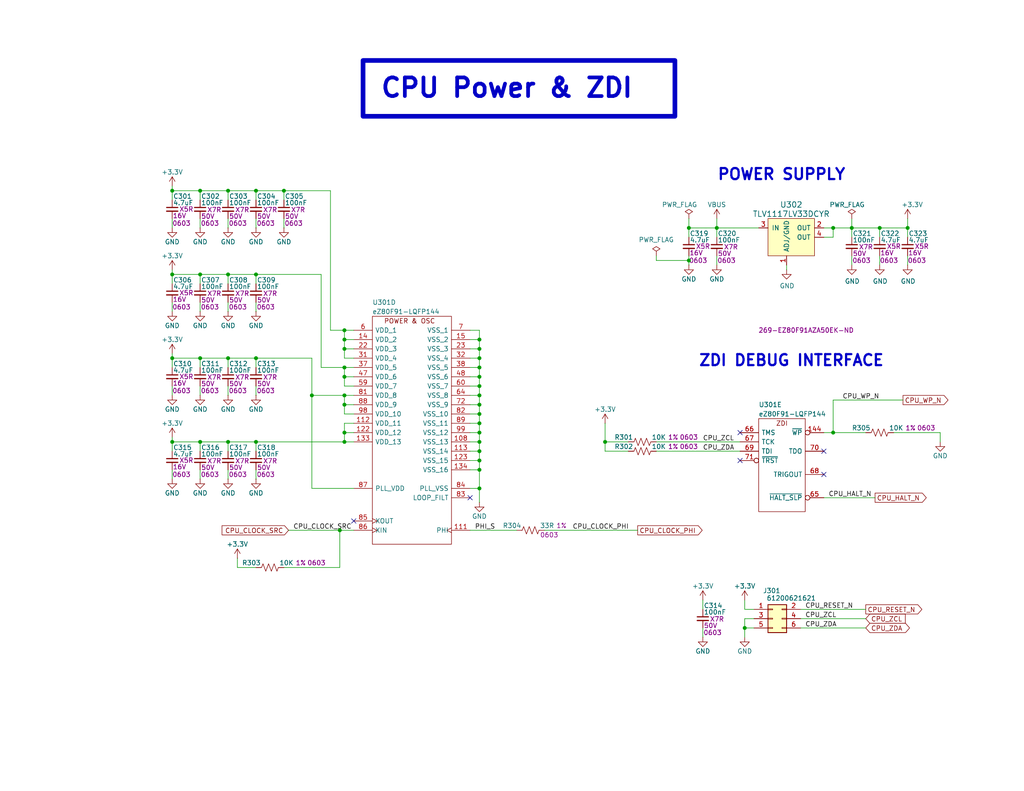
<source format=kicad_sch>
(kicad_sch (version 20231120) (generator "eeschema") (generator_version "8.0")
  (paper "USLetter")
  (title_block (title "SEWER") (date "2024-08-16") (rev "0") (company "Denno Wiggle") (comment 1 "CPU Power & ZDI"))
  (lib_symbols
    (symbol "Connector_Generic:Conn_02x03_Odd_Even" (pin_names (offset 1.016) hide)
      (property "Reference" "J" (at 1.27 5.08 0))
      (property "Value" "Conn_02x03_Odd_Even" (at 1.27 -5.08 0))
      (symbol "Conn_02x03_Odd_Even_1_1"
        (pin passive line (at -5.08 2.54 0) (length 3.81) (name "Pin_1") (number "1"))
        (pin passive line (at 7.62 2.54 180) (length 3.81) (name "Pin_2") (number "2"))
        (pin passive line (at -5.08 0 0) (length 3.81) (name "Pin_3") (number "3"))
        (pin passive line (at 7.62 0 180) (length 3.81) (name "Pin_4") (number "4"))
        (pin passive line (at -5.08 -2.54 0) (length 3.81) (name "Pin_5") (number "5"))
        (pin passive line (at 7.62 -2.54 180) (length 3.81) (name "Pin_6") (number "6"))
      )
    )
    (symbol "GND_2" (power) (pin_numbers hide) (pin_names (offset 0) hide)
      (property "Value" "GND" (at 0 -3.81 0))
      (symbol "GND_2_1_1"
        (pin power_in line (at 0 0 270) (length 0) (name "~") (number "1"))
      )
    )
    (symbol "WTM:C_100nF_X7R_16V_0805H" (pin_numbers hide) (pin_names (offset 0) hide)
      (property "Reference" "C" (at 0.254 3.556 0))
      (property "Value" "100nF" (at 0.254 1.778 0))
      (property "Dielectric" "X7R" (at 1.905 -0.127 0))
      (property "Voltage" "16V" (at 0.254 -1.905 0))
      (property "Footprint2" "0805H" (at 0.127 -3.81 0))
      (symbol "C_100nF_X7R_16V_0805H_1_1"
        (pin passive line (at 0 2.54 270) (length 2.032) (name "~") (number "1"))
        (pin passive line (at 0 -2.54 90) (length 2.032) (name "~") (number "2"))
      )
    )
    (symbol "WTM:C_10uF_X5R_16V_0805H" (pin_numbers hide) (pin_names (offset 0.254) hide)
      (property "Reference" "C206" (at 0.254 3.556 0))
      (property "Value" "10uF" (at 0.254 1.778 0))
      (property "Dielectric" "X5R" (at 1.905 0.762 0))
      (property "Voltage" "16V" (at 0.127 -1.016 0))
      (property "Footprint2" "0805H" (at 3.302 -3.81 0))
      (symbol "C_10uF_X5R_16V_0805H_1_1"
        (pin passive line (at 0 2.54 270) (length 2.032) (name "~") (number "1"))
        (pin passive line (at 0 -2.54 90) (length 2.032) (name "~") (number "2"))
      )
    )
    (symbol "WTM:R_33R_5%_0805H_Horizontal1" (pin_numbers hide) (pin_names (offset 0))
      (property "Reference" "R" (at -7.62 1.27 0))
      (property "Value" "33R" (at 2.54 1.27 0))
      (property "Tolerance" "5%" (at 2.54 -1.27 0))
      (property "Footprint2" "0805H" (at -8.89 -1.27 0))
      (symbol "R_33R_5%_0805H_Horizontal1_1_1"
        (pin passive line (at -3.81 0 0) (length 1.27) (name "~") (number "1"))
        (pin passive line (at 3.81 0 180) (length 1.27) (name "~") (number "2"))
      )
    )
    (symbol "WTM:eZ80F91-LQFP144" (pin_names (offset 0.762))
      (property "Reference" "U" (at 0 3.81 0))
      (property "Value" "eZ80F91-LQFP144" (at 0 1.27 0))
      (property "Digikey" "269-EZ80F91AZA50EK-ND" (at 12.954 24.13 0))
      (symbol "eZ80F91-LQFP144_1_0"
        (pin bidirectional line (at -5.08 -3.81 0) (length 5.08) (name "ADDR0") (number "1"))
        (pin bidirectional line (at -5.08 -21.59 0) (length 5.08) (name "ADDR7") (number "10"))
        (pin bidirectional line (at -5.08 -24.13 0) (length 5.08) (name "ADDR8") (number "11"))
        (pin bidirectional line (at -5.08 -26.67 0) (length 5.08) (name "ADDR9") (number "12"))
        (pin bidirectional line (at -5.08 -29.21 0) (length 5.08) (name "ADDR10") (number "13"))
        (pin bidirectional line (at -5.08 -31.75 0) (length 5.08) (name "ADDR11") (number "16"))
        (pin bidirectional line (at -5.08 -34.29 0) (length 5.08) (name "ADDR12") (number "17"))
        (pin bidirectional line (at -5.08 -36.83 0) (length 5.08) (name "ADDR13") (number "18"))
        (pin bidirectional line (at -5.08 -39.37 0) (length 5.08) (name "ADDR14") (number "19"))
        (pin bidirectional line (at -5.08 -6.35 0) (length 5.08) (name "ADDR1") (number "2"))
        (pin bidirectional line (at -5.08 -41.91 0) (length 5.08) (name "ADDR15") (number "20"))
        (pin bidirectional line (at -5.08 -44.45 0) (length 5.08) (name "ADDR16") (number "21"))
        (pin bidirectional line (at -5.08 -46.99 0) (length 5.08) (name "ADDR17") (number "24"))
        (pin bidirectional line (at -5.08 -49.53 0) (length 5.08) (name "ADDR18") (number "25"))
        (pin bidirectional line (at -5.08 -52.07 0) (length 5.08) (name "ADDR19") (number "26"))
        (pin bidirectional line (at -5.08 -54.61 0) (length 5.08) (name "ADDR20") (number "27"))
        (pin bidirectional line (at -5.08 -57.15 0) (length 5.08) (name "ADDR21") (number "28"))
        (pin bidirectional line (at -5.08 -59.69 0) (length 5.08) (name "ADDR22") (number "29"))
        (pin bidirectional line (at -5.08 -8.89 0) (length 5.08) (name "ADDR2") (number "3"))
        (pin bidirectional line (at -5.08 -62.23 0) (length 5.08) (name "ADDR23") (number "30"))
        (pin output inverted (at 25.4 -62.23 180) (length 5.08) (name "~{CS0}") (number "33"))
        (pin output inverted (at 25.4 -59.69 180) (length 5.08) (name "~{CS1}") (number "34"))
        (pin output inverted (at 25.4 -57.15 180) (length 5.08) (name "~{CS2}") (number "35"))
        (pin output inverted (at 25.4 -54.61 180) (length 5.08) (name "~{CS3}") (number "36"))
        (pin bidirectional line (at 25.4 -21.59 180) (length 5.08) (name "DATA0") (number "39"))
        (pin bidirectional line (at -5.08 -11.43 0) (length 5.08) (name "ADDR3") (number "4"))
        (pin bidirectional line (at 25.4 -19.05 180) (length 5.08) (name "DATA1") (number "40"))
        (pin bidirectional line (at 25.4 -16.51 180) (length 5.08) (name "DATA2") (number "41"))
        (pin bidirectional line (at 25.4 -13.97 180) (length 5.08) (name "DATA3") (number "42"))
        (pin bidirectional line (at 25.4 -11.43 180) (length 5.08) (name "DATA4") (number "43"))
        (pin bidirectional line (at 25.4 -8.89 180) (length 5.08) (name "DATA5") (number "44"))
        (pin bidirectional line (at 25.4 -6.35 180) (length 5.08) (name "DATA6") (number "45"))
        (pin bidirectional line (at 25.4 -3.81 180) (length 5.08) (name "DATA7") (number "46"))
        (pin bidirectional inverted (at 25.4 -40.64 180) (length 5.08) (name "~{IORQ}") (number "49"))
        (pin bidirectional line (at -5.08 -13.97 0) (length 5.08) (name "ADDR4") (number "5"))
        (pin bidirectional inverted (at 25.4 -38.1 180) (length 5.08) (name "~{MREQ}") (number "50"))
        (pin output inverted (at 25.4 -35.56 180) (length 5.08) (name "~{RD}") (number "51"))
        (pin bidirectional inverted (at 25.4 -33.02 180) (length 5.08) (name "~{WR}") (number "52"))
        (pin output inverted (at 25.4 -72.39 180) (length 5.08) (name "~{INSTRD}") (number "53"))
        (pin input inverted (at -5.08 -72.39 0) (length 5.08) (name "~{WAIT}") (number "54"))
        (pin bidirectional inverted (at -5.08 -80.01 0) (length 5.08) (name "~{RESET}") (number "55"))
        (pin input inverted (at -5.08 -74.93 0) (length 5.08) (name "~{NMI}") (number "56"))
        (pin input inverted (at -5.08 -67.31 0) (length 5.08) (name "~{BUSREQ}") (number "57"))
        (pin output inverted (at 25.4 -67.31 180) (length 5.08) (name "~{BUSACK}") (number "58"))
        (pin bidirectional line (at -5.08 -16.51 0) (length 5.08) (name "ADDR5") (number "8"))
        (pin bidirectional line (at -5.08 -19.05 0) (length 5.08) (name "ADDR6") (number "9"))
      )
      (symbol "eZ80F91-LQFP144_1_1"
        (text "BUS INTERFACE" (at 10.16 -1.27 0) (effects (font (size 1.27 1.27))))
      )
      (symbol "eZ80F91-LQFP144_2_0"
        (pin bidirectional line (at -5.08 -27.94 0) (length 5.08) (name "PB0/IC0/EC0") (number "100"))
        (pin bidirectional line (at -5.08 -30.48 0) (length 5.08) (name "PB1/IC1") (number "101"))
        (pin bidirectional line (at -5.08 -33.02 0) (length 5.08) (name "PB2/SS") (number "102"))
        (pin bidirectional line (at -5.08 -35.56 0) (length 5.08) (name "PB3/SCK") (number "103"))
        (pin bidirectional line (at -5.08 -38.1 0) (length 5.08) (name "PB4/IC2") (number "104"))
        (pin bidirectional line (at -5.08 -40.64 0) (length 5.08) (name "PB5/IC3") (number "105"))
        (pin bidirectional line (at -5.08 -43.18 0) (length 5.08) (name "PB6/MISO") (number "106"))
        (pin bidirectional line (at -5.08 -45.72 0) (length 5.08) (name "PB7/MOSI") (number "107"))
        (pin bidirectional line (at 39.37 -57.15 180) (length 5.08) (name "SDA") (number "109"))
        (pin bidirectional line (at 39.37 -54.61 180) (length 5.08) (name "SCL") (number "110"))
        (pin bidirectional line (at -5.08 -3.81 0) (length 5.08) (name "PA0/PWM0/OC0") (number "114"))
        (pin bidirectional line (at -5.08 -6.35 0) (length 5.08) (name "PA1/PWM1/OC1") (number "115"))
        (pin bidirectional line (at -5.08 -8.89 0) (length 5.08) (name "PA2/PWM2/OC2") (number "116"))
        (pin bidirectional line (at -5.08 -11.43 0) (length 5.08) (name "PA3/PWM3/OC3") (number "117"))
        (pin bidirectional line (at -5.08 -13.97 0) (length 5.08) (name "PA4/PWM0/TOUT0") (number "118"))
        (pin bidirectional line (at -5.08 -16.51 0) (length 5.08) (name "PA5") (number "119"))
        (pin bidirectional line (at -5.08 -19.05 0) (length 5.08) (name "PA6/PWM2/EC1") (number "120"))
        (pin bidirectional line (at -5.08 -21.59 0) (length 5.08) (name "PA7/PWM3") (number "121"))
        (pin input line (at -5.08 -54.61 0) (length 5.08) (name "RTC_XIN") (number "61"))
        (pin bidirectional line (at -5.08 -57.15 0) (length 5.08) (name "RTC_XOUT") (number "62"))
        (pin power_in line (at -5.08 -50.8 0) (length 5.08) (name "RTC_VDD") (number "63"))
        (pin bidirectional line (at 39.37 -27.94 180) (length 5.08) (name "PD0/TXD0/IR_TXD") (number "73"))
        (pin bidirectional line (at 39.37 -30.48 180) (length 5.08) (name "PD1/RXD0/IR_RXD") (number "74"))
        (pin bidirectional line (at 39.37 -33.02 180) (length 5.08) (name "PD2/RTS0") (number "75"))
        (pin bidirectional line (at 39.37 -35.56 180) (length 5.08) (name "PD3/CTS0") (number "76"))
        (pin bidirectional line (at 39.37 -38.1 180) (length 5.08) (name "PD4/DTR0") (number "77"))
        (pin bidirectional line (at 39.37 -40.64 180) (length 5.08) (name "PD5/DSR0") (number "78"))
        (pin bidirectional line (at 39.37 -43.18 180) (length 5.08) (name "PD6/DCD0") (number "79"))
        (pin bidirectional line (at 39.37 -45.72 180) (length 5.08) (name "PD7/RI0") (number "80"))
        (pin bidirectional line (at 39.37 -3.81 180) (length 5.08) (name "PC0/TXD1") (number "90"))
        (pin bidirectional line (at 39.37 -6.35 180) (length 5.08) (name "PC1/RXD1") (number "91"))
        (pin bidirectional line (at 39.37 -8.89 180) (length 5.08) (name "PC2/RTS1") (number "92"))
        (pin bidirectional line (at 39.37 -11.43 180) (length 5.08) (name "PC3/CTS1") (number "93"))
        (pin bidirectional line (at 39.37 -13.97 180) (length 5.08) (name "PC4/DTR1") (number "94"))
        (pin bidirectional line (at 39.37 -16.51 180) (length 5.08) (name "PC5/DSR1") (number "95"))
        (pin bidirectional line (at 39.37 -19.05 180) (length 5.08) (name "PC6/DCD1") (number "96"))
        (pin bidirectional line (at 39.37 -21.59 180) (length 5.08) (name "PC7/RI1") (number "97"))
      )
      (symbol "eZ80F91-LQFP144_2_1"
        (text "GPIO" (at 16.51 -1.27 0) (effects (font (size 1.27 1.27))))
      )
      (symbol "eZ80F91-LQFP144_3_0"
        (pin input line (at 22.86 -27.94 180) (length 5.08) (name "CRS") (number "124"))
        (pin input line (at 22.86 -25.4 180) (length 5.08) (name "COL") (number "125"))
        (pin output line (at 22.86 -19.05 180) (length 5.08) (name "TXD3") (number "126"))
        (pin output line (at 22.86 -16.51 180) (length 5.08) (name "TXD2") (number "127"))
        (pin output line (at 22.86 -13.97 180) (length 5.08) (name "TXD1") (number "128"))
        (pin output line (at 22.86 -11.43 180) (length 5.08) (name "TXD0") (number "129"))
        (pin output line (at 22.86 -8.89 180) (length 5.08) (name "TX_EN") (number "130"))
        (pin input line (at 22.86 -6.35 180) (length 5.08) (name "TX_CLK") (number "131"))
        (pin output line (at 22.86 -3.81 180) (length 5.08) (name "TX_ER") (number "132"))
        (pin input line (at -5.08 -3.81 0) (length 5.08) (name "RX_ER") (number "135"))
        (pin input line (at -5.08 -6.35 0) (length 5.08) (name "RX_CLK") (number "136"))
        (pin input line (at -5.08 -8.89 0) (length 5.08) (name "RX_DV") (number "137"))
        (pin input line (at -5.08 -11.43 0) (length 5.08) (name "RXD0") (number "138"))
        (pin input line (at -5.08 -13.97 0) (length 5.08) (name "RXD1") (number "139"))
        (pin input line (at -5.08 -16.51 0) (length 5.08) (name "RXD2") (number "140"))
        (pin input line (at -5.08 -19.05 0) (length 5.08) (name "RXD3") (number "141"))
        (pin output line (at -5.08 -25.4 0) (length 5.08) (name "MDC") (number "142"))
        (pin bidirectional line (at -5.08 -27.94 0) (length 5.08) (name "MDIO") (number "143"))
      )
      (symbol "eZ80F91-LQFP144_3_1"
        (text "MII INTERFACE" (at 8.89 -1.27 0) (effects (font (size 1.27 1.27))))
      )
      (symbol "eZ80F91-LQFP144_4_0"
        (pin power_in line (at 26.67 -34.29 180) (length 5.08) (name "VSS_13") (number "108"))
        (pin output clock (at 26.67 -58.42 180) (length 5.08) (name "PHI") (number "111"))
        (pin power_in line (at -5.08 -29.21 0) (length 5.08) (name "VDD_11") (number "112"))
        (pin power_in line (at 26.67 -36.83 180) (length 5.08) (name "VSS_14") (number "113"))
        (pin power_in line (at -5.08 -31.75 0) (length 5.08) (name "VDD_12") (number "122"))
        (pin power_in line (at 26.67 -39.37 180) (length 5.08) (name "VSS_15") (number "123"))
        (pin power_in line (at -5.08 -34.29 0) (length 5.08) (name "VDD_13") (number "133"))
        (pin power_in line (at 26.67 -41.91 180) (length 5.08) (name "VSS_16") (number "134"))
        (pin power_in line (at -5.08 -6.35 0) (length 5.08) (name "VDD_2") (number "14"))
        (pin power_in line (at 26.67 -6.35 180) (length 5.08) (name "VSS_2") (number "15"))
        (pin power_in line (at -5.08 -8.89 0) (length 5.08) (name "VDD_3") (number "22"))
        (pin power_in line (at 26.67 -8.89 180) (length 5.08) (name "VSS_3") (number "23"))
        (pin power_in line (at -5.08 -11.43 0) (length 5.08) (name "VDD_4") (number "31"))
        (pin power_in line (at 26.67 -11.43 180) (length 5.08) (name "VSS_4") (number "32"))
        (pin power_in line (at -5.08 -13.97 0) (length 5.08) (name "VDD_5") (number "37"))
        (pin power_in line (at 26.67 -13.97 180) (length 5.08) (name "VSS_5") (number "38"))
        (pin power_in line (at -5.08 -16.51 0) (length 5.08) (name "VDD_6") (number "47"))
        (pin power_in line (at 26.67 -16.51 180) (length 5.08) (name "VSS_6") (number "48"))
        (pin power_in line (at -5.08 -19.05 0) (length 5.08) (name "VDD_7") (number "59"))
        (pin power_in line (at -5.08 -3.81 0) (length 5.08) (name "VDD_1") (number "6"))
        (pin power_in line (at 26.67 -19.05 180) (length 5.08) (name "VSS_7") (number "60"))
        (pin power_in line (at 26.67 -21.59 180) (length 5.08) (name "VSS_8") (number "64"))
        (pin power_in line (at 26.67 -3.81 180) (length 5.08) (name "VSS_1") (number "7"))
        (pin power_in line (at 26.67 -24.13 180) (length 5.08) (name "VSS_9") (number "72"))
        (pin power_in line (at -5.08 -21.59 0) (length 5.08) (name "VDD_8") (number "81"))
        (pin power_in line (at 26.67 -26.67 180) (length 5.08) (name "VSS_10") (number "82"))
        (pin bidirectional line (at 26.67 -49.53 180) (length 5.08) (name "LOOP_FILT") (number "83"))
        (pin power_in line (at 26.67 -46.99 180) (length 5.08) (name "PLL_VSS") (number "84"))
        (pin output clock (at -5.08 -55.88 0) (length 5.08) (name "XOUT") (number "85"))
        (pin input clock (at -5.08 -58.42 0) (length 5.08) (name "XIN") (number "86"))
        (pin power_in line (at -5.08 -46.99 0) (length 5.08) (name "PLL_VDD") (number "87"))
        (pin power_in line (at -5.08 -24.13 0) (length 5.08) (name "VDD_9") (number "88"))
        (pin power_in line (at 26.67 -29.21 180) (length 5.08) (name "VSS_11") (number "89"))
        (pin power_in line (at -5.08 -26.67 0) (length 5.08) (name "VDD_10") (number "98"))
        (pin power_in line (at 26.67 -31.75 180) (length 5.08) (name "VSS_12") (number "99"))
      )
      (symbol "eZ80F91-LQFP144_4_1"
        (text "POWER & OSC" (at 10.16 -1.27 0) (effects (font (size 1.27 1.27))))
      )
      (symbol "eZ80F91-LQFP144_5_0"
        (pin input inverted (at 17.78 -3.81 180) (length 5.08) (name "~{WP}") (number "144"))
        (pin output inverted (at 17.78 -21.59 180) (length 5.08) (name "~{HALT_SLP}") (number "65"))
        (pin input line (at -5.08 -3.81 0) (length 5.08) (name "TMS") (number "66"))
        (pin input line (at -5.08 -6.35 0) (length 5.08) (name "TCK") (number "67"))
        (pin output line (at 17.78 -15.24 180) (length 5.08) (name "TRIGOUT") (number "68"))
        (pin bidirectional line (at -5.08 -8.89 0) (length 5.08) (name "TDI") (number "69"))
        (pin output line (at 17.78 -8.89 180) (length 5.08) (name "TDO") (number "70"))
        (pin input inverted (at -5.08 -11.43 0) (length 5.08) (name "~{TRST}") (number "71"))
      )
      (symbol "eZ80F91-LQFP144_5_1"
        (text "ZDI" (at 6.35 -1.27 0) (effects (font (size 1.27 1.27))))
      )
    )
    (symbol "dk_PMIC-Voltage-Regulators-Linear:NCP1117ST33T3G" (pin_names (offset 1.016))
      (property "Reference" "U" (at 2.54 3.81 0))
      (property "Value" "NCP1117ST33T3G" (at 2.54 6.35 0))
      (symbol "NCP1117ST33T3G_1_1"
        (pin power_in line (at 0 -10.16 90) (length 2.54) (name "ADJ/GND") (number "1"))
        (pin power_out line (at 10.16 0 180) (length 2.54) (name "OUT") (number "2"))
        (pin power_in line (at -7.62 0 0) (length 2.54) (name "IN") (number "3"))
        (pin power_out line (at 10.16 -2.54 180) (length 2.54) (name "OUT") (number "4"))
      )
    )
    (symbol "power:+3.3V" (power) (pin_numbers hide) (pin_names (offset 0) hide)
      (property "Value" "+3.3V" (at 0 3.556 0))
      (symbol "+3.3V_1_1"
        (pin power_in line (at 0 0 90) (length 0) (name "~") (number "1"))
      )
    )
    (symbol "power:GND" (power) (pin_numbers hide) (pin_names (offset 0) hide)
      (property "Value" "GND" (at 0 -3.81 0))
      (symbol "GND_1_1"
        (pin power_in line (at 0 0 270) (length 0) (name "~") (number "1"))
      )
    )
    (symbol "power:PWR_FLAG" (power) (pin_numbers hide) (pin_names (offset 0) hide)
      (property "Value" "PWR_FLAG" (at 0 3.81 0))
      (symbol "PWR_FLAG_0_0"
        (pin power_out line (at 0 0 90) (length 0) (name "~") (number "1"))
      )
    )
    (symbol "power:VBUS" (power) (pin_numbers hide) (pin_names (offset 0) hide)
      (property "Value" "VBUS" (at 0 3.556 0))
      (symbol "VBUS_1_1"
        (pin power_in line (at 0 0 90) (length 0) (name "~") (number "1"))
      )
    )
  )
  (junction (at 247.65 62.23))
  (junction (at 93.98 90.17))
  (junction (at 130.81 105.41))
  (junction (at 130.81 113.03))
  (junction (at 69.85 120.65))
  (junction (at 85.09 107.95))
  (junction (at 62.23 120.65))
  (junction (at 130.81 92.71))
  (junction (at 232.41 62.23))
  (junction (at 130.81 100.33))
  (junction (at 93.98 110.49))
  (junction (at 93.98 92.71))
  (junction (at 130.81 107.95))
  (junction (at 130.81 120.65))
  (junction (at 240.03 62.23))
  (junction (at 62.23 97.79))
  (junction (at 165.1 120.65))
  (junction (at 62.23 74.93))
  (junction (at 93.98 100.33))
  (junction (at 227.33 118.11))
  (junction (at 130.81 97.79))
  (junction (at 46.99 120.65))
  (junction (at 46.99 74.93))
  (junction (at 54.61 74.93))
  (junction (at 93.98 107.95))
  (junction (at 46.99 52.07))
  (junction (at 93.98 120.65))
  (junction (at 130.81 123.19))
  (junction (at 93.98 95.25))
  (junction (at 130.81 125.73))
  (junction (at 227.33 62.23))
  (junction (at 130.81 128.27))
  (junction (at 92.71 144.78))
  (junction (at 54.61 120.65))
  (junction (at 130.81 115.57))
  (junction (at 187.96 71.12))
  (junction (at 69.85 97.79))
  (junction (at 130.81 95.25))
  (junction (at 93.98 102.87))
  (junction (at 54.61 52.07))
  (junction (at 69.85 74.93))
  (junction (at 46.99 97.79))
  (junction (at 203.2 171.45))
  (junction (at 130.81 133.35))
  (junction (at 54.61 97.79))
  (junction (at 77.47 52.07))
  (junction (at 130.81 110.49))
  (junction (at 187.96 62.23))
  (junction (at 195.58 62.23))
  (junction (at 130.81 102.87))
  (junction (at 62.23 52.07))
  (junction (at 93.98 118.11))
  (junction (at 69.85 52.07))
  (junction (at 130.81 118.11))
  (no_connect (at 96.52 142.24))
  (no_connect (at 224.79 123.19))
  (no_connect (at 224.79 129.54))
  (no_connect (at 201.93 125.73))
  (no_connect (at 128.27 135.89))
  (no_connect (at 201.93 118.11))
  (wire (pts (xy 247.65 64.77) (xy 247.65 62.23)))
  (wire (pts (xy 130.81 100.33) (xy 130.81 97.79)))
  (wire (pts (xy 130.81 113.03) (xy 130.81 110.49)))
  (wire (pts (xy 247.65 69.85) (xy 247.65 72.39)))
  (wire (pts (xy 62.23 59.69) (xy 62.23 62.23)))
  (wire (pts (xy 69.85 97.79) (xy 69.85 100.33)))
  (wire (pts (xy 69.85 52.07) (xy 69.85 54.61)))
  (wire (pts (xy 62.23 120.65) (xy 62.23 123.19)))
  (wire (pts (xy 85.09 107.95) (xy 93.98 107.95)))
  (wire (pts (xy 46.99 97.79) (xy 46.99 100.33)))
  (wire (pts (xy 240.03 69.85) (xy 240.03 72.39)))
  (wire (pts (xy 46.99 52.07) (xy 46.99 54.61)))
  (wire (pts (xy 54.61 128.27) (xy 54.61 130.81)))
  (wire (pts (xy 171.45 123.19) (xy 165.1 123.19)))
  (wire (pts (xy 87.63 100.33) (xy 93.98 100.33)))
  (wire (pts (xy 46.99 105.41) (xy 46.99 107.95)))
  (wire (pts (xy 93.98 102.87) (xy 93.98 105.41)))
  (wire (pts (xy 187.96 62.23) (xy 195.58 62.23)))
  (wire (pts (xy 130.81 110.49) (xy 130.81 107.95)))
  (wire (pts (xy 247.65 62.23) (xy 240.03 62.23)))
  (wire (pts (xy 130.81 107.95) (xy 130.81 105.41)))
  (wire (pts (xy 93.98 113.03) (xy 96.52 113.03)))
  (wire (pts (xy 130.81 102.87) (xy 130.81 100.33)))
  (wire (pts (xy 128.27 110.49) (xy 130.81 110.49)))
  (wire (pts (xy 227.33 64.77) (xy 227.33 62.23)))
  (wire (pts (xy 69.85 128.27) (xy 69.85 130.81)))
  (wire (pts (xy 46.99 96.52) (xy 46.99 97.79)))
  (wire (pts (xy 227.33 118.11) (xy 236.22 118.11)))
  (wire (pts (xy 69.85 74.93) (xy 69.85 77.47)))
  (wire (pts (xy 78.74 144.78) (xy 92.71 144.78)))
  (wire (pts (xy 69.85 120.65) (xy 93.98 120.65)))
  (wire (pts (xy 46.99 74.93) (xy 54.61 74.93)))
  (wire (pts (xy 64.77 152.4) (xy 64.77 154.94)))
  (wire (pts (xy 54.61 97.79) (xy 62.23 97.79)))
  (wire (pts (xy 130.81 133.35) (xy 130.81 128.27)))
  (wire (pts (xy 62.23 97.79) (xy 62.23 100.33)))
  (wire (pts (xy 85.09 133.35) (xy 96.52 133.35)))
  (wire (pts (xy 46.99 52.07) (xy 54.61 52.07)))
  (wire (pts (xy 62.23 97.79) (xy 69.85 97.79)))
  (wire (pts (xy 224.79 135.89) (xy 238.76 135.89)))
  (wire (pts (xy 93.98 118.11) (xy 93.98 120.65)))
  (wire (pts (xy 85.09 107.95) (xy 85.09 133.35)))
  (wire (pts (xy 130.81 95.25) (xy 130.81 92.71)))
  (wire (pts (xy 179.07 120.65) (xy 201.93 120.65)))
  (wire (pts (xy 130.81 118.11) (xy 130.81 115.57)))
  (wire (pts (xy 64.77 154.94) (xy 69.85 154.94)))
  (wire (pts (xy 62.23 74.93) (xy 69.85 74.93)))
  (wire (pts (xy 128.27 128.27) (xy 130.81 128.27)))
  (wire (pts (xy 191.77 171.45) (xy 191.77 173.99)))
  (wire (pts (xy 130.81 120.65) (xy 130.81 118.11)))
  (wire (pts (xy 128.27 102.87) (xy 130.81 102.87)))
  (wire (pts (xy 240.03 62.23) (xy 240.03 64.77)))
  (wire (pts (xy 93.98 105.41) (xy 96.52 105.41)))
  (wire (pts (xy 195.58 62.23) (xy 195.58 64.77)))
  (wire (pts (xy 92.71 144.78) (xy 96.52 144.78)))
  (wire (pts (xy 171.45 120.65) (xy 165.1 120.65)))
  (wire (pts (xy 62.23 74.93) (xy 62.23 77.47)))
  (wire (pts (xy 77.47 59.69) (xy 77.47 62.23)))
  (wire (pts (xy 46.99 59.69) (xy 46.99 62.23)))
  (wire (pts (xy 93.98 100.33) (xy 93.98 102.87)))
  (wire (pts (xy 187.96 69.85) (xy 187.96 71.12)))
  (wire (pts (xy 54.61 52.07) (xy 54.61 54.61)))
  (wire (pts (xy 90.17 90.17) (xy 93.98 90.17)))
  (wire (pts (xy 54.61 120.65) (xy 54.61 123.19)))
  (wire (pts (xy 93.98 115.57) (xy 96.52 115.57)))
  (wire (pts (xy 77.47 52.07) (xy 90.17 52.07)))
  (wire (pts (xy 54.61 59.69) (xy 54.61 62.23)))
  (wire (pts (xy 54.61 120.65) (xy 62.23 120.65)))
  (wire (pts (xy 93.98 90.17) (xy 96.52 90.17)))
  (wire (pts (xy 46.99 50.8) (xy 46.99 52.07)))
  (wire (pts (xy 62.23 105.41) (xy 62.23 107.95)))
  (wire (pts (xy 227.33 118.11) (xy 227.33 109.22)))
  (wire (pts (xy 93.98 110.49) (xy 96.52 110.49)))
  (wire (pts (xy 232.41 69.85) (xy 232.41 72.39)))
  (wire (pts (xy 54.61 52.07) (xy 62.23 52.07)))
  (wire (pts (xy 46.99 120.65) (xy 54.61 120.65)))
  (wire (pts (xy 224.79 118.11) (xy 227.33 118.11)))
  (wire (pts (xy 93.98 100.33) (xy 96.52 100.33)))
  (wire (pts (xy 128.27 113.03) (xy 130.81 113.03)))
  (wire (pts (xy 227.33 64.77) (xy 224.79 64.77)))
  (wire (pts (xy 203.2 171.45) (xy 203.2 168.91)))
  (wire (pts (xy 93.98 118.11) (xy 96.52 118.11)))
  (wire (pts (xy 165.1 115.57) (xy 165.1 120.65)))
  (wire (pts (xy 243.84 118.11) (xy 256.54 118.11)))
  (wire (pts (xy 69.85 74.93) (xy 87.63 74.93)))
  (wire (pts (xy 128.27 125.73) (xy 130.81 125.73)))
  (wire (pts (xy 128.27 115.57) (xy 130.81 115.57)))
  (wire (pts (xy 214.63 72.39) (xy 214.63 73.66)))
  (wire (pts (xy 62.23 52.07) (xy 62.23 54.61)))
  (wire (pts (xy 69.85 59.69) (xy 69.85 62.23)))
  (wire (pts (xy 128.27 92.71) (xy 130.81 92.71)))
  (wire (pts (xy 128.27 118.11) (xy 130.81 118.11)))
  (wire (pts (xy 128.27 100.33) (xy 130.81 100.33)))
  (wire (pts (xy 69.85 120.65) (xy 69.85 123.19)))
  (wire (pts (xy 179.07 71.12) (xy 179.07 69.85)))
  (wire (pts (xy 130.81 128.27) (xy 130.81 125.73)))
  (wire (pts (xy 93.98 110.49) (xy 93.98 113.03)))
  (wire (pts (xy 218.44 171.45) (xy 236.22 171.45)))
  (wire (pts (xy 93.98 95.25) (xy 93.98 92.71)))
  (wire (pts (xy 46.99 82.55) (xy 46.99 85.09)))
  (wire (pts (xy 195.58 69.85) (xy 195.58 72.39)))
  (wire (pts (xy 128.27 105.41) (xy 130.81 105.41)))
  (wire (pts (xy 62.23 128.27) (xy 62.23 130.81)))
  (wire (pts (xy 85.09 97.79) (xy 85.09 107.95)))
  (wire (pts (xy 232.41 59.69) (xy 232.41 62.23)))
  (wire (pts (xy 218.44 168.91) (xy 236.22 168.91)))
  (wire (pts (xy 187.96 59.69) (xy 187.96 62.23)))
  (wire (pts (xy 96.52 92.71) (xy 93.98 92.71)))
  (wire (pts (xy 203.2 173.99) (xy 203.2 171.45)))
  (wire (pts (xy 227.33 62.23) (xy 224.79 62.23)))
  (wire (pts (xy 130.81 115.57) (xy 130.81 113.03)))
  (wire (pts (xy 148.59 144.78) (xy 173.99 144.78)))
  (wire (pts (xy 54.61 74.93) (xy 54.61 77.47)))
  (wire (pts (xy 77.47 52.07) (xy 77.47 54.61)))
  (wire (pts (xy 54.61 105.41) (xy 54.61 107.95)))
  (wire (pts (xy 187.96 62.23) (xy 187.96 64.77)))
  (wire (pts (xy 195.58 62.23) (xy 207.01 62.23)))
  (wire (pts (xy 62.23 82.55) (xy 62.23 85.09)))
  (wire (pts (xy 130.81 123.19) (xy 130.81 120.65)))
  (wire (pts (xy 247.65 59.69) (xy 247.65 62.23)))
  (wire (pts (xy 130.81 92.71) (xy 130.81 90.17)))
  (wire (pts (xy 54.61 74.93) (xy 62.23 74.93)))
  (wire (pts (xy 130.81 137.16) (xy 130.81 133.35)))
  (wire (pts (xy 195.58 59.69) (xy 195.58 62.23)))
  (wire (pts (xy 46.99 120.65) (xy 46.99 123.19)))
  (wire (pts (xy 187.96 71.12) (xy 179.07 71.12)))
  (wire (pts (xy 46.99 73.66) (xy 46.99 74.93)))
  (wire (pts (xy 128.27 107.95) (xy 130.81 107.95)))
  (wire (pts (xy 130.81 125.73) (xy 130.81 123.19)))
  (wire (pts (xy 54.61 97.79) (xy 54.61 100.33)))
  (wire (pts (xy 227.33 62.23) (xy 232.41 62.23)))
  (wire (pts (xy 77.47 154.94) (xy 92.71 154.94)))
  (wire (pts (xy 69.85 105.41) (xy 69.85 107.95)))
  (wire (pts (xy 128.27 144.78) (xy 140.97 144.78)))
  (wire (pts (xy 93.98 92.71) (xy 93.98 90.17)))
  (wire (pts (xy 96.52 95.25) (xy 93.98 95.25)))
  (wire (pts (xy 69.85 82.55) (xy 69.85 85.09)))
  (wire (pts (xy 191.77 163.83) (xy 191.77 166.37)))
  (wire (pts (xy 130.81 133.35) (xy 128.27 133.35)))
  (wire (pts (xy 62.23 52.07) (xy 69.85 52.07)))
  (wire (pts (xy 240.03 62.23) (xy 232.41 62.23)))
  (wire (pts (xy 203.2 166.37) (xy 203.2 163.83)))
  (wire (pts (xy 205.74 166.37) (xy 203.2 166.37)))
  (wire (pts (xy 187.96 71.12) (xy 187.96 72.39)))
  (wire (pts (xy 227.33 109.22) (xy 246.38 109.22)))
  (wire (pts (xy 128.27 123.19) (xy 130.81 123.19)))
  (wire (pts (xy 165.1 123.19) (xy 165.1 120.65)))
  (wire (pts (xy 46.99 74.93) (xy 46.99 77.47)))
  (wire (pts (xy 130.81 105.41) (xy 130.81 102.87)))
  (wire (pts (xy 92.71 144.78) (xy 92.71 154.94)))
  (wire (pts (xy 256.54 118.11) (xy 256.54 120.65)))
  (wire (pts (xy 128.27 97.79) (xy 130.81 97.79)))
  (wire (pts (xy 69.85 52.07) (xy 77.47 52.07)))
  (wire (pts (xy 62.23 120.65) (xy 69.85 120.65)))
  (wire (pts (xy 232.41 62.23) (xy 232.41 64.77)))
  (wire (pts (xy 93.98 115.57) (xy 93.98 118.11)))
  (wire (pts (xy 96.52 97.79) (xy 93.98 97.79)))
  (wire (pts (xy 46.99 128.27) (xy 46.99 130.81)))
  (wire (pts (xy 93.98 107.95) (xy 96.52 107.95)))
  (wire (pts (xy 69.85 97.79) (xy 85.09 97.79)))
  (wire (pts (xy 130.81 97.79) (xy 130.81 95.25)))
  (wire (pts (xy 90.17 52.07) (xy 90.17 90.17)))
  (wire (pts (xy 203.2 168.91) (xy 205.74 168.91)))
  (wire (pts (xy 128.27 95.25) (xy 130.81 95.25)))
  (wire (pts (xy 46.99 119.38) (xy 46.99 120.65)))
  (wire (pts (xy 218.44 166.37) (xy 236.22 166.37)))
  (wire (pts (xy 130.81 90.17) (xy 128.27 90.17)))
  (wire (pts (xy 93.98 102.87) (xy 96.52 102.87)))
  (wire (pts (xy 179.07 123.19) (xy 201.93 123.19)))
  (wire (pts (xy 128.27 120.65) (xy 130.81 120.65)))
  (wire (pts (xy 54.61 82.55) (xy 54.61 85.09)))
  (wire (pts (xy 93.98 107.95) (xy 93.98 110.49)))
  (wire (pts (xy 87.63 74.93) (xy 87.63 100.33)))
  (wire (pts (xy 93.98 120.65) (xy 96.52 120.65)))
  (wire (pts (xy 93.98 97.79) (xy 93.98 95.25)))
  (wire (pts (xy 46.99 97.79) (xy 54.61 97.79)))
  (wire (pts (xy 203.2 171.45) (xy 205.74 171.45)))
  (text_box "CPU Power & ZDI\n" (at 99.06 16.51 0) (size 85.09 15.24) (stroke (width 1.27)) (effects (font (size 5.08 5.08) (thickness 1.016) (bold yes)) (justify left top)))
  (text "ZDI DEBUG INTERFACE" (at 190.5 100.33 0) (effects (font (size 2.9972 2.9972) (thickness 0.5994) (bold yes)) (justify left bottom)))
  (text "POWER SUPPLY" (at 195.58 49.53 0) (effects (font (size 2.9972 2.9972) (thickness 0.5994) (bold yes)) (justify left bottom)))
  (label "PHI_S" (at 129.54 144.78 0))
  (label "CPU_ZDA" (at 191.77 123.19 0))
  (label "CPU_RESET_N" (at 219.71 166.37 0))
  (label "CPU_ZCL" (at 219.71 168.91 0))
  (label "CPU_CLOCK_SRC" (at 80.01 144.78 0))
  (label "CPU_WP_N" (at 229.87 109.22 0))
  (label "CPU_ZCL" (at 191.77 120.65 0))
  (label "CPU_HALT_N" (at 226.06 135.89 0))
  (label "CPU_ZDA" (at 219.71 171.45 0))
  (label "CPU_CLOCK_PHI" (at 156.21 144.78 0))
  (global_label "CPU_CLOCK_PHI" (shape output) (at 173.99 144.78 0) (property "Intersheetrefs" "${INTERSHEET_REFS}" (at 191.8816 144.78 0) (effects (justify left))))
  (global_label "CPU_CLOCK_SRC" (shape input) (at 78.74 144.78 180) (property "Intersheetrefs" "${INTERSHEET_REFS}" (at 60.3042 144.78 0) (effects (justify right))))
  (global_label "CPU_RESET_N" (shape output) (at 236.22 166.37 0) (property "Intersheetrefs" "${INTERSHEET_REFS}" (at 251.8133 166.37 0) (effects (justify left))))
  (global_label "CPU_ZDA" (shape bidirectional) (at 236.22 171.45 0) (property "Intersheetrefs" "${INTERSHEET_REFS}" (at 248.4177 171.45 0) (effects (justify left))))
  (global_label "CPU_HALT_N" (shape output) (at 238.76 135.89 0) (property "Intersheetrefs" "${INTERSHEET_REFS}" (at 253.023 135.89 0) (effects (justify left))))
  (global_label "CPU_WP_N" (shape output) (at 246.38 109.22 0) (property "Intersheetrefs" "${INTERSHEET_REFS}" (at 258.9496 109.22 0) (effects (justify left))))
  (global_label "CPU_ZCL" (shape input) (at 236.22 168.91 0) (property "Intersheetrefs" "${INTERSHEET_REFS}" (at 248.92 168.91 0) (effects (justify left))))
  (symbol (lib_id "power:PWR_FLAG") (at 187.96 59.69 0) (unit 1)
    (property "Reference" "#FLG0301" (effects (hide yes)))
    (property "Value" "PWR_FLAG" (at 185.42 55.88 0))
  )
  (symbol (lib_name "GND_2") (lib_id "power:GND") (at 195.58 72.39 0) (unit 1)
    (property "Reference" "#PWR0332" (effects (hide yes)))
    (property "Value" "GND" (at 195.58 76.2 0))
    (property "Description" "Power symbol creates a global label with name \"GND\" , ground" (effects (hide yes)))
  )
  (symbol (lib_id "WTM:C_100nF_X7R_16V_0805H") (at 191.77 168.91 0) (unit 1)
    (property "Reference" "C314" (at 192.024 165.354 0) (effects (justify left)))
    (property "Value" "100nF" (at 192.024 167.132 0) (effects (justify left)))
    (property "Footprint" "Capacitor_SMD:C_0603_1608Metric" (effects (hide yes)))
    (property "Datasheet" "https://www.yageo.com/upload/media/product/productsearch/datasheet/mlcc/UPY-GPHC_X7R_6.3V-to-250V_22.pdf" (effects (hide yes)))
    (property "Description" "CAP CER 0.1UF 50V X7R 0603" (effects (hide yes)))
    (property "Digikey" "311-1344-1-ND" (effects (hide yes)))
    (property "Dielectric" "X7R" (at 193.675 169.037 0) (effects (justify left)))
    (property "Voltage" "50V" (at 192.024 170.815 0) (effects (justify left)))
    (property "MPN" "CC0603KRX7R9BB104" (effects (hide yes)))
    (property "Manufacturer" "YAGEO" (effects (hide yes)))
    (property "Footprint2" "0603" (at 191.897 172.72 0) (effects (justify left)))
    (property "Tolerance" "10%" (effects (hide yes)))
    (property "LCSC Part #" "C14663" (effects (hide yes)))
  )
  (symbol (lib_id "WTM:C_100nF_X7R_16V_0805H") (at 62.23 57.15 0) (unit 1)
    (property "Reference" "C303" (at 62.484 53.594 0) (effects (justify left)))
    (property "Value" "100nF" (at 62.484 55.372 0) (effects (justify left)))
    (property "Footprint" "Capacitor_SMD:C_0603_1608Metric" (effects (hide yes)))
    (property "Datasheet" "https://www.yageo.com/upload/media/product/productsearch/datasheet/mlcc/UPY-GPHC_X7R_6.3V-to-250V_22.pdf" (effects (hide yes)))
    (property "Description" "CAP CER 0.1UF 50V X7R 0603" (effects (hide yes)))
    (property "Digikey" "311-1344-1-ND" (effects (hide yes)))
    (property "Dielectric" "X7R" (at 64.135 57.277 0) (effects (justify left)))
    (property "Voltage" "50V" (at 62.484 59.055 0) (effects (justify left)))
    (property "MPN" "CC0603KRX7R9BB104" (effects (hide yes)))
    (property "Manufacturer" "YAGEO" (effects (hide yes)))
    (property "Footprint2" "0603" (at 62.357 60.96 0) (effects (justify left)))
    (property "Tolerance" "10%" (effects (hide yes)))
    (property "LCSC Part #" "C14663" (effects (hide yes)))
  )
  (symbol (lib_id "WTM:C_100nF_X7R_16V_0805H") (at 54.61 57.15 0) (unit 1)
    (property "Reference" "C302" (at 54.864 53.594 0) (effects (justify left)))
    (property "Value" "100nF" (at 54.864 55.372 0) (effects (justify left)))
    (property "Footprint" "Capacitor_SMD:C_0603_1608Metric" (effects (hide yes)))
    (property "Datasheet" "https://www.yageo.com/upload/media/product/productsearch/datasheet/mlcc/UPY-GPHC_X7R_6.3V-to-250V_22.pdf" (effects (hide yes)))
    (property "Description" "CAP CER 0.1UF 50V X7R 0603" (effects (hide yes)))
    (property "Digikey" "311-1344-1-ND" (effects (hide yes)))
    (property "Dielectric" "X7R" (at 56.515 57.277 0) (effects (justify left)))
    (property "Voltage" "50V" (at 54.864 59.055 0) (effects (justify left)))
    (property "MPN" "CC0603KRX7R9BB104" (effects (hide yes)))
    (property "Manufacturer" "YAGEO" (effects (hide yes)))
    (property "Footprint2" "0603" (at 54.737 60.96 0) (effects (justify left)))
    (property "Tolerance" "10%" (effects (hide yes)))
    (property "LCSC Part #" "C14663" (effects (hide yes)))
  )
  (symbol (lib_id "WTM:C_100nF_X7R_16V_0805H") (at 69.85 125.73 0) (unit 1)
    (property "Reference" "C318" (at 70.104 122.174 0) (effects (justify left)))
    (property "Value" "100nF" (at 70.104 123.952 0) (effects (justify left)))
    (property "Footprint" "Capacitor_SMD:C_0603_1608Metric" (effects (hide yes)))
    (property "Datasheet" "https://www.yageo.com/upload/media/product/productsearch/datasheet/mlcc/UPY-GPHC_X7R_6.3V-to-250V_22.pdf" (effects (hide yes)))
    (property "Description" "CAP CER 0.1UF 50V X7R 0603" (effects (hide yes)))
    (property "Digikey" "311-1344-1-ND" (effects (hide yes)))
    (property "Dielectric" "X7R" (at 71.755 125.857 0) (effects (justify left)))
    (property "Voltage" "50V" (at 70.104 127.635 0) (effects (justify left)))
    (property "MPN" "CC0603KRX7R9BB104" (effects (hide yes)))
    (property "Manufacturer" "YAGEO" (effects (hide yes)))
    (property "Footprint2" "0603" (at 69.977 129.54 0) (effects (justify left)))
    (property "Tolerance" "10%" (effects (hide yes)))
    (property "LCSC Part #" "C14663" (effects (hide yes)))
  )
  (symbol (lib_id "WTM:C_100nF_X7R_16V_0805H") (at 54.61 125.73 0) (unit 1)
    (property "Reference" "C316" (at 54.864 122.174 0) (effects (justify left)))
    (property "Value" "100nF" (at 54.864 123.952 0) (effects (justify left)))
    (property "Footprint" "Capacitor_SMD:C_0603_1608Metric" (effects (hide yes)))
    (property "Datasheet" "https://www.yageo.com/upload/media/product/productsearch/datasheet/mlcc/UPY-GPHC_X7R_6.3V-to-250V_22.pdf" (effects (hide yes)))
    (property "Description" "CAP CER 0.1UF 50V X7R 0603" (effects (hide yes)))
    (property "Digikey" "311-1344-1-ND" (effects (hide yes)))
    (property "Dielectric" "X7R" (at 56.515 125.857 0) (effects (justify left)))
    (property "Voltage" "50V" (at 54.864 127.635 0) (effects (justify left)))
    (property "MPN" "CC0603KRX7R9BB104" (effects (hide yes)))
    (property "Manufacturer" "YAGEO" (effects (hide yes)))
    (property "Footprint2" "0603" (at 54.737 129.54 0) (effects (justify left)))
    (property "Tolerance" "10%" (effects (hide yes)))
    (property "LCSC Part #" "C14663" (effects (hide yes)))
  )
  (symbol (lib_id "WTM:eZ80F91-LQFP144") (at 101.6 86.36 0) (unit 4)
    (property "Reference" "U301" (at 101.6 82.55 0) (effects (justify left)))
    (property "Value" "eZ80F91-LQFP144" (at 101.6 85.09 0) (effects (justify left)))
    (property "Footprint" "Package_QFP:LQFP-144_20x20mm_P0.5mm" (effects (hide yes)))
    (property "Datasheet" "https://www.zilog.com/docs/ez80acclaimplus/PS0270.pdf" (effects (hide yes)))
    (property "Description" "Zilog 8/16-bit Microcontrollers - MCU 50/20MHz I/O -32, 2 UARTs w/ IrDA, I²C, SPI RAM 8k 256K flash" (effects (hide yes)))
    (property "Height" "1.85" (effects (hide yes)))
    (property "Manufacturer" "Zilog" (effects (hide yes)))
    (property "MPN" "EZ80F91AZA50EK" (effects (hide yes)))
    (property "Digikey" "269-EZ80F91AZA50EK-ND" (effects (hide yes)))
    (property "LCSC Part #" "C3215893" (effects (hide yes)))
  )
  (symbol (lib_name "GND_2") (lib_id "power:GND") (at 187.96 72.39 0) (unit 1)
    (property "Reference" "#PWR0331" (effects (hide yes)))
    (property "Value" "GND" (at 187.96 76.2 0))
    (property "Description" "Power symbol creates a global label with name \"GND\" , ground" (effects (hide yes)))
  )
  (symbol (lib_name "GND_2") (lib_id "power:GND") (at 54.61 107.95 0) (unit 1)
    (property "Reference" "#PWR0316" (effects (hide yes)))
    (property "Value" "GND" (at 54.61 111.76 0))
    (property "Description" "Power symbol creates a global label with name \"GND\" , ground" (effects (hide yes)))
  )
  (symbol (lib_id "WTM:C_100nF_X7R_16V_0805H") (at 54.61 102.87 0) (unit 1)
    (property "Reference" "C311" (at 54.864 99.314 0) (effects (justify left)))
    (property "Value" "100nF" (at 54.864 101.092 0) (effects (justify left)))
    (property "Footprint" "Capacitor_SMD:C_0603_1608Metric" (effects (hide yes)))
    (property "Datasheet" "https://www.yageo.com/upload/media/product/productsearch/datasheet/mlcc/UPY-GPHC_X7R_6.3V-to-250V_22.pdf" (effects (hide yes)))
    (property "Description" "CAP CER 0.1UF 50V X7R 0603" (effects (hide yes)))
    (property "Digikey" "311-1344-1-ND" (effects (hide yes)))
    (property "Dielectric" "X7R" (at 56.515 102.997 0) (effects (justify left)))
    (property "Voltage" "50V" (at 54.864 104.775 0) (effects (justify left)))
    (property "MPN" "CC0603KRX7R9BB104" (effects (hide yes)))
    (property "Manufacturer" "YAGEO" (effects (hide yes)))
    (property "Footprint2" "0603" (at 54.737 106.68 0) (effects (justify left)))
    (property "Tolerance" "10%" (effects (hide yes)))
    (property "LCSC Part #" "C14663" (effects (hide yes)))
  )
  (symbol (lib_id "WTM:eZ80F91-LQFP144") (at 207.01 114.3 0) (unit 5)
    (property "Reference" "U301" (at 207.01 110.49 0) (effects (justify left)))
    (property "Value" "eZ80F91-LQFP144" (at 207.01 113.03 0) (effects (justify left)))
    (property "Footprint" "Package_QFP:LQFP-144_20x20mm_P0.5mm" (effects (hide yes)))
    (property "Datasheet" "https://www.zilog.com/docs/ez80acclaimplus/PS0270.pdf" (effects (hide yes)))
    (property "Description" "Zilog 8/16-bit Microcontrollers - MCU 50/20MHz I/O -32, 2 UARTs w/ IrDA, I²C, SPI RAM 8k 256K flash" (effects (hide yes)))
    (property "Height" "1.85" (effects (hide yes)))
    (property "Manufacturer" "Zilog" (effects (hide yes)))
    (property "MPN" "EZ80F91AZA50EK" (effects (hide yes)))
    (property "Digikey" "269-EZ80F91AZA50EK-ND" (at 219.964 90.17 0))
    (property "LCSC Part #" "C3215893" (effects (hide yes)))
  )
  (symbol (lib_name "GND_2") (lib_id "power:GND") (at 46.99 85.09 0) (unit 1)
    (property "Reference" "#PWR0310" (effects (hide yes)))
    (property "Value" "GND" (at 46.99 88.9 0))
    (property "Description" "Power symbol creates a global label with name \"GND\" , ground" (effects (hide yes)))
  )
  (symbol (lib_name "GND_2") (lib_id "power:GND") (at 54.61 130.81 0) (unit 1)
    (property "Reference" "#PWR0325" (effects (hide yes)))
    (property "Value" "GND" (at 54.61 134.62 0))
    (property "Description" "Power symbol creates a global label with name \"GND\" , ground" (effects (hide yes)))
  )
  (symbol (lib_name "GND_2") (lib_id "power:GND") (at 62.23 85.09 0) (unit 1)
    (property "Reference" "#PWR0312" (effects (hide yes)))
    (property "Value" "GND" (at 62.23 88.9 0))
    (property "Description" "Power symbol creates a global label with name \"GND\" , ground" (effects (hide yes)))
  )
  (symbol (lib_id "WTM:C_100nF_X7R_16V_0805H") (at 62.23 125.73 0) (unit 1)
    (property "Reference" "C317" (at 62.484 122.174 0) (effects (justify left)))
    (property "Value" "100nF" (at 62.484 123.952 0) (effects (justify left)))
    (property "Footprint" "Capacitor_SMD:C_0603_1608Metric" (effects (hide yes)))
    (property "Datasheet" "https://www.yageo.com/upload/media/product/productsearch/datasheet/mlcc/UPY-GPHC_X7R_6.3V-to-250V_22.pdf" (effects (hide yes)))
    (property "Description" "CAP CER 0.1UF 50V X7R 0603" (effects (hide yes)))
    (property "Digikey" "311-1344-1-ND" (effects (hide yes)))
    (property "Dielectric" "X7R" (at 64.135 125.857 0) (effects (justify left)))
    (property "Voltage" "50V" (at 62.484 127.635 0) (effects (justify left)))
    (property "MPN" "CC0603KRX7R9BB104" (effects (hide yes)))
    (property "Manufacturer" "YAGEO" (effects (hide yes)))
    (property "Footprint2" "0603" (at 62.357 129.54 0) (effects (justify left)))
    (property "Tolerance" "10%" (effects (hide yes)))
    (property "LCSC Part #" "C14663" (effects (hide yes)))
  )
  (symbol (lib_id "power:+3.3V") (at 191.77 163.83 0) (unit 1)
    (property "Reference" "#PWR0319" (effects (hide yes)))
    (property "Value" "+3.3V" (at 191.77 160.02 0))
    (property "Description" "Power symbol creates a global label with name \"+3.3V\"" (effects (hide yes)))
  )
  (symbol (lib_name "GND_2") (lib_id "power:GND") (at 77.47 62.23 0) (unit 1)
    (property "Reference" "#PWR0306" (effects (hide yes)))
    (property "Value" "GND" (at 77.47 66.04 0))
    (property "Description" "Power symbol creates a global label with name \"GND\" , ground" (effects (hide yes)))
  )
  (symbol (lib_id "power:+3.3V") (at 46.99 96.52 0) (unit 1)
    (property "Reference" "#PWR0314" (effects (hide yes)))
    (property "Value" "+3.3V" (at 46.99 92.71 0))
    (property "Description" "Power symbol creates a global label with name \"+3.3V\"" (effects (hide yes)))
  )
  (symbol (lib_name "GND_2") (lib_id "power:GND") (at 62.23 107.95 0) (unit 1)
    (property "Reference" "#PWR0317" (effects (hide yes)))
    (property "Value" "GND" (at 62.23 111.76 0))
    (property "Description" "Power symbol creates a global label with name \"GND\" , ground" (effects (hide yes)))
  )
  (symbol (lib_id "WTM:R_33R_5%_0805H_Horizontal1") (at 144.78 144.78 0) (unit 1)
    (property "Reference" "R304" (at 137.16 143.51 0) (effects (justify left)))
    (property "Value" "33R" (at 147.32 143.51 0) (effects (justify left)))
    (property "Footprint" "Resistor_SMD:R_0603_1608Metric" (effects (hide yes)))
    (property "Datasheet" "https://www.yageo.com/upload/media/product/productsearch/datasheet/rchip/PYu-RC_Group_51_RoHS_L_12.pdf" (effects (hide yes)))
    (property "Description" "RES 33 OHM 1% 1/10W 0603" (effects (hide yes)))
    (property "Tolerance" "1%" (at 151.765 143.51 0) (effects (justify left)))
    (property "Footprint2" "0603" (at 147.32 146.05 0) (effects (justify left)))
    (property "MPN" "RC0603FR-0733RL" (effects (hide yes)))
    (property "Manufacturer" "Yaego" (effects (hide yes)))
    (property "Digikey" "13-RC0603FR-0733RLCT-ND" (effects (hide yes)))
    (property "LCSC Part #" "C108661" (effects (hide yes)))
  )
  (symbol (lib_name "GND_2") (lib_id "power:GND") (at 62.23 130.81 0) (unit 1)
    (property "Reference" "#PWR0326" (effects (hide yes)))
    (property "Value" "GND" (at 62.23 134.62 0))
    (property "Description" "Power symbol creates a global label with name \"GND\" , ground" (effects (hide yes)))
  )
  (symbol (lib_id "WTM:C_10uF_X5R_16V_0805H") (at 240.03 67.31 0) (unit 1)
    (property "Reference" "C322" (at 240.284 63.754 0) (effects (justify left)))
    (property "Value" "4.7uF" (at 240.284 65.532 0) (effects (justify left)))
    (property "Footprint" "Capacitor_SMD:C_0603_1608Metric" (effects (hide yes)))
    (property "Datasheet" "https://mm.digikey.com/Volume0/opasdata/d220001/medias/docus/2328/CL10A475KO8NNNC_Spec.pdf" (effects (hide yes)))
    (property "Description" "CAP CER 4.7UF 16V X5R 0603" (effects (hide yes)))
    (property "Digikey" "1276-1784-1-ND" (effects (hide yes)))
    (property "Dielectric" "X5R" (at 241.935 66.548 0) (effects (justify left top)))
    (property "Voltage" "16V" (at 240.157 68.326 0) (effects (justify left top)))
    (property "Footprint2" "0603" (at 240.03 71.12 0) (effects (justify left)))
    (property "MPN" "CL10A475KO8NNNC" (effects (hide yes)))
    (property "Manufacturer" "Yaego" (effects (hide yes)))
    (property "Tolerance" "10%" (effects (hide yes)))
    (property "LCSC Part #" "C19666" (effects (hide yes)))
  )
  (symbol (lib_name "GND_2") (lib_id "power:GND") (at 54.61 85.09 0) (unit 1)
    (property "Reference" "#PWR0311" (effects (hide yes)))
    (property "Value" "GND" (at 54.61 88.9 0))
    (property "Description" "Power symbol creates a global label with name \"GND\" , ground" (effects (hide yes)))
  )
  (symbol (lib_id "WTM:C_100nF_X7R_16V_0805H") (at 54.61 80.01 0) (unit 1)
    (property "Reference" "C307" (at 54.864 76.454 0) (effects (justify left)))
    (property "Value" "100nF" (at 54.864 78.232 0) (effects (justify left)))
    (property "Footprint" "Capacitor_SMD:C_0603_1608Metric" (effects (hide yes)))
    (property "Datasheet" "https://www.yageo.com/upload/media/product/productsearch/datasheet/mlcc/UPY-GPHC_X7R_6.3V-to-250V_22.pdf" (effects (hide yes)))
    (property "Description" "CAP CER 0.1UF 50V X7R 0603" (effects (hide yes)))
    (property "Digikey" "311-1344-1-ND" (effects (hide yes)))
    (property "Dielectric" "X7R" (at 56.515 80.137 0) (effects (justify left)))
    (property "Voltage" "50V" (at 54.864 81.915 0) (effects (justify left)))
    (property "MPN" "CC0603KRX7R9BB104" (effects (hide yes)))
    (property "Manufacturer" "YAGEO" (effects (hide yes)))
    (property "Footprint2" "0603" (at 54.737 83.82 0) (effects (justify left)))
    (property "Tolerance" "10%" (effects (hide yes)))
    (property "LCSC Part #" "C14663" (effects (hide yes)))
  )
  (symbol (lib_name "GND_2") (lib_id "power:GND") (at 203.2 173.99 0) (unit 1)
    (property "Reference" "#PWR0323" (effects (hide yes)))
    (property "Value" "GND" (at 203.2 177.8 0))
    (property "Description" "Power symbol creates a global label with name \"GND\" , ground" (effects (hide yes)))
  )
  (symbol (lib_name "GND_2") (lib_id "power:GND") (at 191.77 173.99 0) (unit 1)
    (property "Reference" "#PWR0322" (effects (hide yes)))
    (property "Value" "GND" (at 191.77 177.8 0))
    (property "Description" "Power symbol creates a global label with name \"GND\" , ground" (effects (hide yes)))
  )
  (symbol (lib_id "power:+3.3V") (at 46.99 73.66 0) (unit 1)
    (property "Reference" "#PWR0307" (effects (hide yes)))
    (property "Value" "+3.3V" (at 46.99 69.85 0))
    (property "Description" "Power symbol creates a global label with name \"+3.3V\"" (effects (hide yes)))
  )
  (symbol (lib_id "WTM:R_33R_5%_0805H_Horizontal1") (at 175.26 123.19 0) (unit 1)
    (property "Reference" "R302" (at 167.64 121.92 0) (effects (justify left)))
    (property "Value" "10K" (at 177.8 121.92 0) (effects (justify left)))
    (property "Footprint" "Resistor_SMD:R_0603_1608Metric" (effects (hide yes)))
    (property "Datasheet" "https://www.yageo.com/upload/media/product/productsearch/datasheet/rchip/PYu-RC_Group_51_RoHS_L_12.pdf" (effects (hide yes)))
    (property "Description" "RES 10K OHM 1% 1/10W 0603" (effects (hide yes)))
    (property "Tolerance" "1%" (at 182.245 121.92 0) (effects (justify left)))
    (property "Footprint2" "0603" (at 185.42 121.92 0) (effects (justify left)))
    (property "MPN" "RC0603FR-0710KL" (effects (hide yes)))
    (property "Manufacturer" "Yaego" (effects (hide yes)))
    (property "Digikey" "311-10.0KHRCT-ND" (effects (hide yes)))
    (property "LCSC Part #" "C98220" (effects (hide yes)))
  )
  (symbol (lib_id "WTM:C_10uF_X5R_16V_0805H") (at 46.99 57.15 0) (unit 1)
    (property "Reference" "C301" (at 47.244 53.594 0) (effects (justify left)))
    (property "Value" "4.7uF" (at 47.244 55.372 0) (effects (justify left)))
    (property "Footprint" "Capacitor_SMD:C_0603_1608Metric" (effects (hide yes)))
    (property "Datasheet" "https://mm.digikey.com/Volume0/opasdata/d220001/medias/docus/2328/CL10A475KO8NNNC_Spec.pdf" (effects (hide yes)))
    (property "Description" "CAP CER 4.7UF 16V X5R 0603" (effects (hide yes)))
    (property "Digikey" "1276-1784-1-ND" (effects (hide yes)))
    (property "Dielectric" "X5R" (at 48.895 56.388 0) (effects (justify left top)))
    (property "Voltage" "16V" (at 47.117 58.166 0) (effects (justify left top)))
    (property "Footprint2" "0603" (at 46.99 60.96 0) (effects (justify left)))
    (property "MPN" "CL10A475KO8NNNC" (effects (hide yes)))
    (property "Manufacturer" "Yaego" (effects (hide yes)))
    (property "Tolerance" "10%" (effects (hide yes)))
    (property "LCSC Part #" "C19666" (effects (hide yes)))
  )
  (symbol (lib_id "power:+3.3V") (at 247.65 59.69 0) (unit 1)
    (property "Reference" "#PWR0330" (effects (hide yes)))
    (property "Value" "+3.3V" (at 248.92 55.88 0))
    (property "Description" "Power symbol creates a global label with name \"+3.3V\"" (effects (hide yes)))
  )
  (symbol (lib_name "GND_2") (lib_id "power:GND") (at 69.85 130.81 0) (unit 1)
    (property "Reference" "#PWR0327" (effects (hide yes)))
    (property "Value" "GND" (at 69.85 134.62 0))
    (property "Description" "Power symbol creates a global label with name \"GND\" , ground" (effects (hide yes)))
  )
  (symbol (lib_id "WTM:C_10uF_X5R_16V_0805H") (at 187.96 67.31 0) (unit 1)
    (property "Reference" "C319" (at 188.214 63.754 0) (effects (justify left)))
    (property "Value" "4.7uF" (at 188.214 65.532 0) (effects (justify left)))
    (property "Footprint" "Capacitor_SMD:C_0603_1608Metric" (effects (hide yes)))
    (property "Datasheet" "https://mm.digikey.com/Volume0/opasdata/d220001/medias/docus/2328/CL10A475KO8NNNC_Spec.pdf" (effects (hide yes)))
    (property "Description" "CAP CER 4.7UF 16V X5R 0603" (effects (hide yes)))
    (property "Digikey" "1276-1784-1-ND" (effects (hide yes)))
    (property "Dielectric" "X5R" (at 189.865 66.548 0) (effects (justify left top)))
    (property "Voltage" "16V" (at 188.087 68.326 0) (effects (justify left top)))
    (property "Footprint2" "0603" (at 187.96 71.12 0) (effects (justify left)))
    (property "MPN" "CL10A475KO8NNNC" (effects (hide yes)))
    (property "Manufacturer" "Yaego" (effects (hide yes)))
    (property "Tolerance" "10%" (effects (hide yes)))
    (property "LCSC Part #" "C19666" (effects (hide yes)))
  )
  (symbol (lib_id "WTM:C_100nF_X7R_16V_0805H") (at 69.85 57.15 0) (unit 1)
    (property "Reference" "C304" (at 70.104 53.594 0) (effects (justify left)))
    (property "Value" "100nF" (at 70.104 55.372 0) (effects (justify left)))
    (property "Footprint" "Capacitor_SMD:C_0603_1608Metric" (effects (hide yes)))
    (property "Datasheet" "https://www.yageo.com/upload/media/product/productsearch/datasheet/mlcc/UPY-GPHC_X7R_6.3V-to-250V_22.pdf" (effects (hide yes)))
    (property "Description" "CAP CER 0.1UF 50V X7R 0603" (effects (hide yes)))
    (property "Digikey" "311-1344-1-ND" (effects (hide yes)))
    (property "Dielectric" "X7R" (at 71.755 57.277 0) (effects (justify left)))
    (property "Voltage" "50V" (at 70.104 59.055 0) (effects (justify left)))
    (property "MPN" "CC0603KRX7R9BB104" (effects (hide yes)))
    (property "Manufacturer" "YAGEO" (effects (hide yes)))
    (property "Footprint2" "0603" (at 69.977 60.96 0) (effects (justify left)))
    (property "Tolerance" "10%" (effects (hide yes)))
    (property "LCSC Part #" "C14663" (effects (hide yes)))
  )
  (symbol (lib_id "WTM:C_10uF_X5R_16V_0805H") (at 46.99 125.73 0) (unit 1)
    (property "Reference" "C315" (at 47.244 122.174 0) (effects (justify left)))
    (property "Value" "4.7uF" (at 47.244 123.952 0) (effects (justify left)))
    (property "Footprint" "Capacitor_SMD:C_0603_1608Metric" (effects (hide yes)))
    (property "Datasheet" "https://mm.digikey.com/Volume0/opasdata/d220001/medias/docus/2328/CL10A475KO8NNNC_Spec.pdf" (effects (hide yes)))
    (property "Description" "CAP CER 4.7UF 16V X5R 0603" (effects (hide yes)))
    (property "Digikey" "1276-1784-1-ND" (effects (hide yes)))
    (property "Dielectric" "X5R" (at 48.895 124.968 0) (effects (justify left top)))
    (property "Voltage" "16V" (at 47.117 126.746 0) (effects (justify left top)))
    (property "Footprint2" "0603" (at 46.99 129.54 0) (effects (justify left)))
    (property "MPN" "CL10A475KO8NNNC" (effects (hide yes)))
    (property "Manufacturer" "Yaego" (effects (hide yes)))
    (property "Tolerance" "10%" (effects (hide yes)))
    (property "LCSC Part #" "C19666" (effects (hide yes)))
  )
  (symbol (lib_id "power:PWR_FLAG") (at 179.07 69.85 0) (unit 1)
    (property "Reference" "#FLG0303" (effects (hide yes)))
    (property "Value" "PWR_FLAG" (at 179.07 65.4558 0))
  )
  (symbol (lib_id "power:GND") (at 232.41 72.39 0) (unit 1)
    (property "Reference" "#PWR0333" (effects (hide yes)))
    (property "Value" "GND" (at 232.537 76.7842 0))
  )
  (symbol (lib_id "WTM:C_10uF_X5R_16V_0805H") (at 247.65 67.31 0) (unit 1)
    (property "Reference" "C323" (at 247.904 63.754 0) (effects (justify left)))
    (property "Value" "4.7uF" (at 247.904 65.532 0) (effects (justify left)))
    (property "Footprint" "Capacitor_SMD:C_0603_1608Metric" (effects (hide yes)))
    (property "Datasheet" "https://mm.digikey.com/Volume0/opasdata/d220001/medias/docus/2328/CL10A475KO8NNNC_Spec.pdf" (effects (hide yes)))
    (property "Description" "CAP CER 4.7UF 16V X5R 0603" (effects (hide yes)))
    (property "Digikey" "1276-1784-1-ND" (effects (hide yes)))
    (property "Dielectric" "X5R" (at 249.555 66.548 0) (effects (justify left top)))
    (property "Voltage" "16V" (at 247.777 68.326 0) (effects (justify left top)))
    (property "Footprint2" "0603" (at 247.65 71.12 0) (effects (justify left)))
    (property "MPN" "CL10A475KO8NNNC" (effects (hide yes)))
    (property "Manufacturer" "Yaego" (effects (hide yes)))
    (property "Tolerance" "10%" (effects (hide yes)))
    (property "LCSC Part #" "C19666" (effects (hide yes)))
  )
  (symbol (lib_id "WTM:C_100nF_X7R_16V_0805H") (at 69.85 102.87 0) (unit 1)
    (property "Reference" "C313" (at 70.104 99.314 0) (effects (justify left)))
    (property "Value" "100nF" (at 70.104 101.092 0) (effects (justify left)))
    (property "Footprint" "Capacitor_SMD:C_0603_1608Metric" (effects (hide yes)))
    (property "Datasheet" "https://www.yageo.com/upload/media/product/productsearch/datasheet/mlcc/UPY-GPHC_X7R_6.3V-to-250V_22.pdf" (effects (hide yes)))
    (property "Description" "CAP CER 0.1UF 50V X7R 0603" (effects (hide yes)))
    (property "Digikey" "311-1344-1-ND" (effects (hide yes)))
    (property "Dielectric" "X7R" (at 71.755 102.997 0) (effects (justify left)))
    (property "Voltage" "50V" (at 70.104 104.775 0) (effects (justify left)))
    (property "MPN" "CC0603KRX7R9BB104" (effects (hide yes)))
    (property "Manufacturer" "YAGEO" (effects (hide yes)))
    (property "Footprint2" "0603" (at 69.977 106.68 0) (effects (justify left)))
    (property "Tolerance" "10%" (effects (hide yes)))
    (property "LCSC Part #" "C14663" (effects (hide yes)))
  )
  (symbol (lib_id "power:+3.3V") (at 46.99 50.8 0) (unit 1)
    (property "Reference" "#PWR0301" (effects (hide yes)))
    (property "Value" "+3.3V" (at 46.99 46.99 0))
    (property "Description" "Power symbol creates a global label with name \"+3.3V\"" (effects (hide yes)))
  )
  (symbol (lib_id "power:VBUS") (at 195.58 59.69 0) (unit 1)
    (property "Reference" "#PWR0336" (effects (hide yes)))
    (property "Value" "VBUS" (at 195.58 55.88 0))
    (property "Description" "Power symbol creates a global label with name \"VBUS\"" (effects (hide yes)))
  )
  (symbol (lib_id "power:GND") (at 240.03 72.39 0) (unit 1)
    (property "Reference" "#PWR0334" (effects (hide yes)))
    (property "Value" "GND" (at 240.157 76.7842 0))
  )
  (symbol (lib_name "GND_2") (lib_id "power:GND") (at 130.81 137.16 0) (unit 1)
    (property "Reference" "#PWR0328" (effects (hide yes)))
    (property "Value" "GND" (at 130.81 140.97 0))
    (property "Description" "Power symbol creates a global label with name \"GND\" , ground" (effects (hide yes)))
  )
  (symbol (lib_id "WTM:R_33R_5%_0805H_Horizontal1") (at 73.66 154.94 0) (unit 1)
    (property "Reference" "R303" (at 66.04 153.67 0) (effects (justify left)))
    (property "Value" "10K" (at 76.2 153.67 0) (effects (justify left)))
    (property "Footprint" "Resistor_SMD:R_0603_1608Metric" (effects (hide yes)))
    (property "Datasheet" "https://www.yageo.com/upload/media/product/productsearch/datasheet/rchip/PYu-RC_Group_51_RoHS_L_12.pdf" (effects (hide yes)))
    (property "Description" "RES 10K OHM 1% 1/10W 0603" (effects (hide yes)))
    (property "Tolerance" "1%" (at 80.645 153.67 0) (effects (justify left)))
    (property "Footprint2" "0603" (at 83.82 153.67 0) (effects (justify left)))
    (property "MPN" "RC0603FR-0710KL" (effects (hide yes)))
    (property "Manufacturer" "Yaego" (effects (hide yes)))
    (property "Digikey" "311-10.0KHRCT-ND" (effects (hide yes)))
    (property "LCSC Part #" "C98220" (effects (hide yes)))
  )
  (symbol (lib_name "GND_2") (lib_id "power:GND") (at 54.61 62.23 0) (unit 1)
    (property "Reference" "#PWR0303" (effects (hide yes)))
    (property "Value" "GND" (at 54.61 66.04 0))
    (property "Description" "Power symbol creates a global label with name \"GND\" , ground" (effects (hide yes)))
  )
  (symbol (lib_id "WTM:C_100nF_X7R_16V_0805H") (at 77.47 57.15 0) (unit 1)
    (property "Reference" "C305" (at 77.724 53.594 0) (effects (justify left)))
    (property "Value" "100nF" (at 77.724 55.372 0) (effects (justify left)))
    (property "Footprint" "Capacitor_SMD:C_0603_1608Metric" (effects (hide yes)))
    (property "Datasheet" "https://www.yageo.com/upload/media/product/productsearch/datasheet/mlcc/UPY-GPHC_X7R_6.3V-to-250V_22.pdf" (effects (hide yes)))
    (property "Description" "CAP CER 0.1UF 50V X7R 0603" (effects (hide yes)))
    (property "Digikey" "311-1344-1-ND" (effects (hide yes)))
    (property "Dielectric" "X7R" (at 79.375 57.277 0) (effects (justify left)))
    (property "Voltage" "50V" (at 77.724 59.055 0) (effects (justify left)))
    (property "MPN" "CC0603KRX7R9BB104" (effects (hide yes)))
    (property "Manufacturer" "YAGEO" (effects (hide yes)))
    (property "Footprint2" "0603" (at 77.597 60.96 0) (effects (justify left)))
    (property "Tolerance" "10%" (effects (hide yes)))
    (property "LCSC Part #" "C14663" (effects (hide yes)))
  )
  (symbol (lib_id "power:GND") (at 247.65 72.39 0) (unit 1)
    (property "Reference" "#PWR0337" (effects (hide yes)))
    (property "Value" "GND" (at 247.777 76.7842 0))
  )
  (symbol (lib_id "power:+3.3V") (at 165.1 115.57 0) (unit 1)
    (property "Reference" "#PWR0309" (effects (hide yes)))
    (property "Value" "+3.3V" (at 165.1 111.76 0))
    (property "Description" "Power symbol creates a global label with name \"+3.3V\"" (effects (hide yes)))
  )
  (symbol (lib_id "WTM:C_100nF_X7R_16V_0805H") (at 195.58 67.31 0) (unit 1)
    (property "Reference" "C320" (at 195.834 63.754 0) (effects (justify left)))
    (property "Value" "100nF" (at 195.834 65.532 0) (effects (justify left)))
    (property "Footprint" "Capacitor_SMD:C_0603_1608Metric" (effects (hide yes)))
    (property "Datasheet" "https://www.yageo.com/upload/media/product/productsearch/datasheet/mlcc/UPY-GPHC_X7R_6.3V-to-250V_22.pdf" (effects (hide yes)))
    (property "Description" "CAP CER 0.1UF 50V X7R 0603" (effects (hide yes)))
    (property "Digikey" "311-1344-1-ND" (effects (hide yes)))
    (property "Dielectric" "X7R" (at 197.485 67.437 0) (effects (justify left)))
    (property "Voltage" "50V" (at 195.834 69.215 0) (effects (justify left)))
    (property "MPN" "CC0603KRX7R9BB104" (effects (hide yes)))
    (property "Manufacturer" "YAGEO" (effects (hide yes)))
    (property "Footprint2" "0603" (at 195.707 71.12 0) (effects (justify left)))
    (property "Tolerance" "10%" (effects (hide yes)))
    (property "LCSC Part #" "C14663" (effects (hide yes)))
  )
  (symbol (lib_id "WTM:R_33R_5%_0805H_Horizontal1") (at 240.03 118.11 0) (unit 1)
    (property "Reference" "R305" (at 232.41 116.84 0) (effects (justify left)))
    (property "Value" "10K" (at 242.57 116.84 0) (effects (justify left)))
    (property "Footprint" "Resistor_SMD:R_0603_1608Metric" (effects (hide yes)))
    (property "Datasheet" "https://www.yageo.com/upload/media/product/productsearch/datasheet/rchip/PYu-RC_Group_51_RoHS_L_12.pdf" (effects (hide yes)))
    (property "Description" "RES 10K OHM 1% 1/10W 0603" (effects (hide yes)))
    (property "Tolerance" "1%" (at 247.015 116.84 0) (effects (justify left)))
    (property "Footprint2" "0603" (at 250.19 116.84 0) (effects (justify left)))
    (property "MPN" "RC0603FR-0710KL" (effects (hide yes)))
    (property "Manufacturer" "Yaego" (effects (hide yes)))
    (property "Digikey" "311-10.0KHRCT-ND" (effects (hide yes)))
    (property "LCSC Part #" "C98220" (effects (hide yes)))
  )
  (symbol (lib_id "power:+3.3V") (at 64.77 152.4 0) (unit 1)
    (property "Reference" "#PWR0329" (effects (hide yes)))
    (property "Value" "+3.3V" (at 64.77 148.59 0))
    (property "Description" "Power symbol creates a global label with name \"+3.3V\"" (effects (hide yes)))
  )
  (symbol (lib_id "power:PWR_FLAG") (at 232.41 59.69 0) (unit 1)
    (property "Reference" "#FLG0302" (effects (hide yes)))
    (property "Value" "PWR_FLAG" (at 231.14 55.88 0))
  )
  (symbol (lib_name "GND_2") (lib_id "power:GND") (at 69.85 85.09 0) (unit 1)
    (property "Reference" "#PWR0313" (effects (hide yes)))
    (property "Value" "GND" (at 69.85 88.9 0))
    (property "Description" "Power symbol creates a global label with name \"GND\" , ground" (effects (hide yes)))
  )
  (symbol (lib_name "GND_2") (lib_id "power:GND") (at 69.85 107.95 0) (unit 1)
    (property "Reference" "#PWR0318" (effects (hide yes)))
    (property "Value" "GND" (at 69.85 111.76 0))
    (property "Description" "Power symbol creates a global label with name \"GND\" , ground" (effects (hide yes)))
  )
  (symbol (lib_id "WTM:R_33R_5%_0805H_Horizontal1") (at 175.26 120.65 0) (unit 1)
    (property "Reference" "R301" (at 167.64 119.38 0) (effects (justify left)))
    (property "Value" "10K" (at 177.8 119.38 0) (effects (justify left)))
    (property "Footprint" "Resistor_SMD:R_0603_1608Metric" (effects (hide yes)))
    (property "Datasheet" "https://www.yageo.com/upload/media/product/productsearch/datasheet/rchip/PYu-RC_Group_51_RoHS_L_12.pdf" (effects (hide yes)))
    (property "Description" "RES 10K OHM 1% 1/10W 0603" (effects (hide yes)))
    (property "Tolerance" "1%" (at 182.245 119.38 0) (effects (justify left)))
    (property "Footprint2" "0603" (at 185.42 119.38 0) (effects (justify left)))
    (property "MPN" "RC0603FR-0710KL" (effects (hide yes)))
    (property "Manufacturer" "Yaego" (effects (hide yes)))
    (property "Digikey" "311-10.0KHRCT-ND" (effects (hide yes)))
    (property "LCSC Part #" "C98220" (effects (hide yes)))
  )
  (symbol (lib_name "GND_2") (lib_id "power:GND") (at 62.23 62.23 0) (unit 1)
    (property "Reference" "#PWR0304" (effects (hide yes)))
    (property "Value" "GND" (at 62.23 66.04 0))
    (property "Description" "Power symbol creates a global label with name \"GND\" , ground" (effects (hide yes)))
  )
  (symbol (lib_id "Connector_Generic:Conn_02x03_Odd_Even") (at 210.82 168.91 0) (unit 1)
    (property "Reference" "J301" (at 210.566 161.29 0))
    (property "Value" "61200621621" (at 215.9 163.322 0))
    (property "Footprint" "WTM_Library:Wurth_61200621621" (effects (hide yes)))
    (property "Datasheet" "https://www.we-online.com/components/products/datasheet/61200621621.pdf" (effects (hide yes)))
    (property "Description" "CONN HEADER SHROUDED VERT 6POS 2.54MM" (effects (hide yes)))
    (property "Digikey" "732-5394-ND" (effects (hide yes)))
    (property "MPN" "61200621621" (effects (hide yes)))
    (property "Manufacturer" "Würth Elektronik" (effects (hide yes)))
  )
  (symbol (lib_name "GND_2") (lib_id "power:GND") (at 256.54 120.65 0) (unit 1)
    (property "Reference" "#PWR0308" (effects (hide yes)))
    (property "Value" "GND" (at 256.54 124.46 0))
    (property "Description" "Power symbol creates a global label with name \"GND\" , ground" (effects (hide yes)))
  )
  (symbol (lib_name "GND_2") (lib_id "power:GND") (at 69.85 62.23 0) (unit 1)
    (property "Reference" "#PWR0305" (effects (hide yes)))
    (property "Value" "GND" (at 69.85 66.04 0))
    (property "Description" "Power symbol creates a global label with name \"GND\" , ground" (effects (hide yes)))
  )
  (symbol (lib_name "GND_2") (lib_id "power:GND") (at 46.99 107.95 0) (unit 1)
    (property "Reference" "#PWR0315" (effects (hide yes)))
    (property "Value" "GND" (at 46.99 111.76 0))
    (property "Description" "Power symbol creates a global label with name \"GND\" , ground" (effects (hide yes)))
  )
  (symbol (lib_id "WTM:C_100nF_X7R_16V_0805H") (at 62.23 80.01 0) (unit 1)
    (property "Reference" "C308" (at 62.484 76.454 0) (effects (justify left)))
    (property "Value" "100nF" (at 62.484 78.232 0) (effects (justify left)))
    (property "Footprint" "Capacitor_SMD:C_0603_1608Metric" (effects (hide yes)))
    (property "Datasheet" "https://www.yageo.com/upload/media/product/productsearch/datasheet/mlcc/UPY-GPHC_X7R_6.3V-to-250V_22.pdf" (effects (hide yes)))
    (property "Description" "CAP CER 0.1UF 50V X7R 0603" (effects (hide yes)))
    (property "Digikey" "311-1344-1-ND" (effects (hide yes)))
    (property "Dielectric" "X7R" (at 64.135 80.137 0) (effects (justify left)))
    (property "Voltage" "50V" (at 62.484 81.915 0) (effects (justify left)))
    (property "MPN" "CC0603KRX7R9BB104" (effects (hide yes)))
    (property "Manufacturer" "YAGEO" (effects (hide yes)))
    (property "Footprint2" "0603" (at 62.357 83.82 0) (effects (justify left)))
    (property "Tolerance" "10%" (effects (hide yes)))
    (property "LCSC Part #" "C14663" (effects (hide yes)))
  )
  (symbol (lib_name "GND_2") (lib_id "power:GND") (at 46.99 62.23 0) (unit 1)
    (property "Reference" "#PWR0302" (effects (hide yes)))
    (property "Value" "GND" (at 46.99 66.04 0))
    (property "Description" "Power symbol creates a global label with name \"GND\" , ground" (effects (hide yes)))
  )
  (symbol (lib_id "power:+3.3V") (at 203.2 163.83 0) (unit 1)
    (property "Reference" "#PWR0320" (effects (hide yes)))
    (property "Value" "+3.3V" (at 203.2 160.02 0))
    (property "Description" "Power symbol creates a global label with name \"+3.3V\"" (effects (hide yes)))
  )
  (symbol (lib_id "power:+3.3V") (at 46.99 119.38 0) (unit 1)
    (property "Reference" "#PWR0321" (effects (hide yes)))
    (property "Value" "+3.3V" (at 46.99 115.57 0))
    (property "Description" "Power symbol creates a global label with name \"+3.3V\"" (effects (hide yes)))
  )
  (symbol (lib_id "dk_PMIC-Voltage-Regulators-Linear:NCP1117ST33T3G") (at 214.63 62.23 0) (unit 1)
    (property "Reference" "U302" (at 215.9 55.88 0) (effects (font (size 1.524 1.524))))
    (property "Value" "TLV1117LV33DCYR" (at 215.9 58.42 0) (effects (font (size 1.524 1.524))))
    (property "Footprint" "Package_TO_SOT_SMD:SOT-223" (effects (hide yes)))
    (property "Datasheet" "https://www.onsemi.com/pdf/datasheet/ncp1117lp-d.pdf" (effects (hide yes)))
    (property "Description" "IC REG LINEAR 3.3V 1A SOT223-4" (effects (hide yes)))
    (property "MPN" "TLV1117LV33DCYR" (effects (hide yes)))
    (property "Manufacturer" "Texas Instruments" (effects (hide yes)))
    (property "Digikey" "296-28778-1-ND" (effects (hide yes)))
    (property "LCSC Part #" "C15578" (effects (hide yes)))
  )
  (symbol (lib_id "WTM:C_10uF_X5R_16V_0805H") (at 46.99 80.01 0) (unit 1)
    (property "Reference" "C306" (at 47.244 76.454 0) (effects (justify left)))
    (property "Value" "4.7uF" (at 47.244 78.232 0) (effects (justify left)))
    (property "Footprint" "Capacitor_SMD:C_0603_1608Metric" (effects (hide yes)))
    (property "Datasheet" "https://mm.digikey.com/Volume0/opasdata/d220001/medias/docus/2328/CL10A475KO8NNNC_Spec.pdf" (effects (hide yes)))
    (property "Description" "CAP CER 4.7UF 16V X5R 0603" (effects (hide yes)))
    (property "Digikey" "1276-1784-1-ND" (effects (hide yes)))
    (property "Dielectric" "X5R" (at 48.895 79.248 0) (effects (justify left top)))
    (property "Voltage" "16V" (at 47.117 81.026 0) (effects (justify left top)))
    (property "Footprint2" "0603" (at 46.99 83.82 0) (effects (justify left)))
    (property "MPN" "CL10A475KO8NNNC" (effects (hide yes)))
    (property "Manufacturer" "Yaego" (effects (hide yes)))
    (property "Tolerance" "10%" (effects (hide yes)))
    (property "LCSC Part #" "C19666" (effects (hide yes)))
  )
  (symbol (lib_id "WTM:C_100nF_X7R_16V_0805H") (at 232.41 67.31 0) (unit 1)
    (property "Reference" "C321" (at 232.664 63.754 0) (effects (justify left)))
    (property "Value" "100nF" (at 232.664 65.532 0) (effects (justify left)))
    (property "Footprint" "Capacitor_SMD:C_0603_1608Metric" (effects (hide yes)))
    (property "Datasheet" "https://www.yageo.com/upload/media/product/productsearch/datasheet/mlcc/UPY-GPHC_X7R_6.3V-to-250V_22.pdf" (effects (hide yes)))
    (property "Description" "CAP CER 0.1UF 50V X7R 0603" (effects (hide yes)))
    (property "Digikey" "311-1344-1-ND" (effects (hide yes)))
    (property "Dielectric" "X7R" (at 234.315 67.437 0) (effects (justify left)))
    (property "Voltage" "50V" (at 232.664 69.215 0) (effects (justify left)))
    (property "MPN" "CC0603KRX7R9BB104" (effects (hide yes)))
    (property "Manufacturer" "YAGEO" (effects (hide yes)))
    (property "Footprint2" "0603" (at 232.537 71.12 0) (effects (justify left)))
    (property "Tolerance" "10%" (effects (hide yes)))
    (property "LCSC Part #" "C14663" (effects (hide yes)))
  )
  (symbol (lib_id "power:GND") (at 214.63 73.66 0) (unit 1)
    (property "Reference" "#PWR0335" (effects (hide yes)))
    (property "Value" "GND" (at 214.757 78.0542 0))
  )
  (symbol (lib_id "WTM:C_100nF_X7R_16V_0805H") (at 69.85 80.01 0) (unit 1)
    (property "Reference" "C309" (at 70.104 76.454 0) (effects (justify left)))
    (property "Value" "100nF" (at 70.104 78.232 0) (effects (justify left)))
    (property "Footprint" "Capacitor_SMD:C_0603_1608Metric" (effects (hide yes)))
    (property "Datasheet" "https://www.yageo.com/upload/media/product/productsearch/datasheet/mlcc/UPY-GPHC_X7R_6.3V-to-250V_22.pdf" (effects (hide yes)))
    (property "Description" "CAP CER 0.1UF 50V X7R 0603" (effects (hide yes)))
    (property "Digikey" "311-1344-1-ND" (effects (hide yes)))
    (property "Dielectric" "X7R" (at 71.755 80.137 0) (effects (justify left)))
    (property "Voltage" "50V" (at 70.104 81.915 0) (effects (justify left)))
    (property "MPN" "CC0603KRX7R9BB104" (effects (hide yes)))
    (property "Manufacturer" "YAGEO" (effects (hide yes)))
    (property "Footprint2" "0603" (at 69.977 83.82 0) (effects (justify left)))
    (property "Tolerance" "10%" (effects (hide yes)))
    (property "LCSC Part #" "C14663" (effects (hide yes)))
  )
  (symbol (lib_id "WTM:C_10uF_X5R_16V_0805H") (at 46.99 102.87 0) (unit 1)
    (property "Reference" "C310" (at 47.244 99.314 0) (effects (justify left)))
    (property "Value" "4.7uF" (at 47.244 101.092 0) (effects (justify left)))
    (property "Footprint" "Capacitor_SMD:C_0603_1608Metric" (effects (hide yes)))
    (property "Datasheet" "https://mm.digikey.com/Volume0/opasdata/d220001/medias/docus/2328/CL10A475KO8NNNC_Spec.pdf" (effects (hide yes)))
    (property "Description" "CAP CER 4.7UF 16V X5R 0603" (effects (hide yes)))
    (property "Digikey" "1276-1784-1-ND" (effects (hide yes)))
    (property "Dielectric" "X5R" (at 48.895 102.108 0) (effects (justify left top)))
    (property "Voltage" "16V" (at 47.117 103.886 0) (effects (justify left top)))
    (property "Footprint2" "0603" (at 46.99 106.68 0) (effects (justify left)))
    (property "MPN" "CL10A475KO8NNNC" (effects (hide yes)))
    (property "Manufacturer" "Yaego" (effects (hide yes)))
    (property "Tolerance" "10%" (effects (hide yes)))
    (property "LCSC Part #" "C19666" (effects (hide yes)))
  )
  (symbol (lib_name "GND_2") (lib_id "power:GND") (at 46.99 130.81 0) (unit 1)
    (property "Reference" "#PWR0324" (effects (hide yes)))
    (property "Value" "GND" (at 46.99 134.62 0))
    (property "Description" "Power symbol creates a global label with name \"GND\" , ground" (effects (hide yes)))
  )
  (symbol (lib_id "WTM:C_100nF_X7R_16V_0805H") (at 62.23 102.87 0) (unit 1)
    (property "Reference" "C312" (at 62.484 99.314 0) (effects (justify left)))
    (property "Value" "100nF" (at 62.484 101.092 0) (effects (justify left)))
    (property "Footprint" "Capacitor_SMD:C_0603_1608Metric" (effects (hide yes)))
    (property "Datasheet" "https://www.yageo.com/upload/media/product/productsearch/datasheet/mlcc/UPY-GPHC_X7R_6.3V-to-250V_22.pdf" (effects (hide yes)))
    (property "Description" "CAP CER 0.1UF 50V X7R 0603" (effects (hide yes)))
    (property "Digikey" "311-1344-1-ND" (effects (hide yes)))
    (property "Dielectric" "X7R" (at 64.135 102.997 0) (effects (justify left)))
    (property "Voltage" "50V" (at 62.484 104.775 0) (effects (justify left)))
    (property "MPN" "CC0603KRX7R9BB104" (effects (hide yes)))
    (property "Manufacturer" "YAGEO" (effects (hide yes)))
    (property "Footprint2" "0603" (at 62.357 106.68 0) (effects (justify left)))
    (property "Tolerance" "10%" (effects (hide yes)))
    (property "LCSC Part #" "C14663" (effects (hide yes)))
  )
)
</source>
